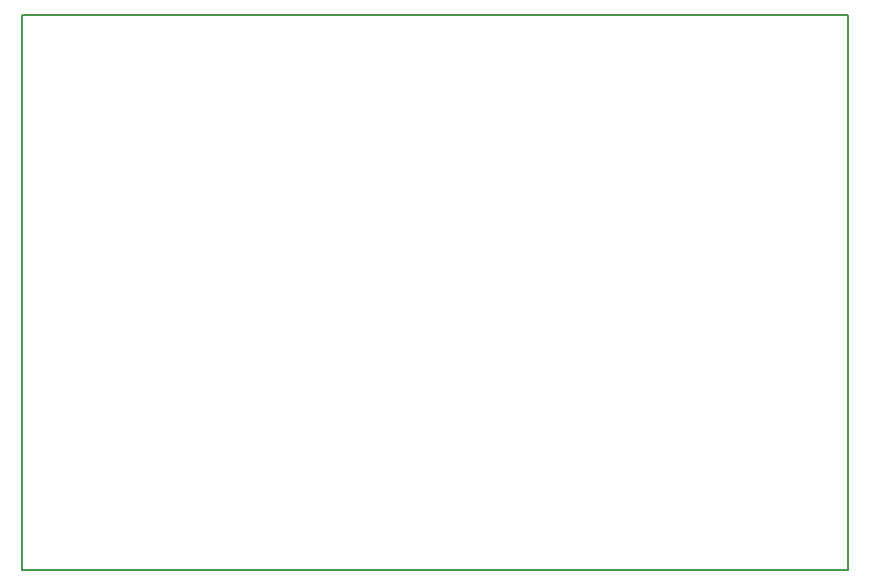
<source format=gbr>
G04 #@! TF.FileFunction,Profile,NP*
%FSLAX46Y46*%
G04 Gerber Fmt 4.6, Leading zero omitted, Abs format (unit mm)*
G04 Created by KiCad (PCBNEW 4.0.5) date Friday, 24 March 2017 'AMt' 09:48:18*
%MOMM*%
%LPD*%
G01*
G04 APERTURE LIST*
%ADD10C,0.100000*%
%ADD11C,0.150000*%
G04 APERTURE END LIST*
D10*
D11*
X172000000Y-142000000D02*
X102000000Y-142000000D01*
X102000000Y-95000000D02*
X102000000Y-142000000D01*
X172000000Y-95000000D02*
X102000000Y-95000000D01*
X172000000Y-142000000D02*
X172000000Y-95000000D01*
M02*

</source>
